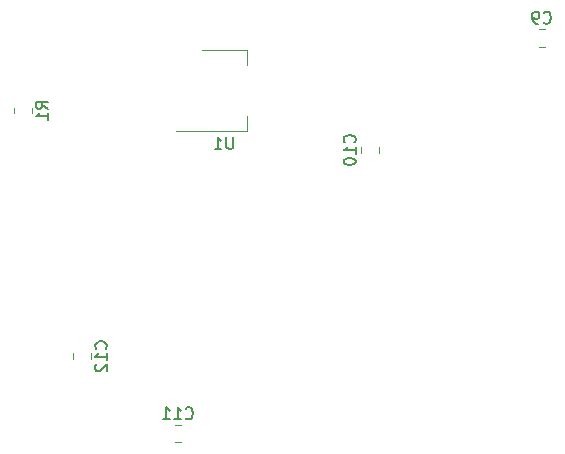
<source format=gbr>
%TF.GenerationSoftware,KiCad,Pcbnew,(5.1.9)-1*%
%TF.CreationDate,2021-03-07T20:13:41+01:00*%
%TF.ProjectId,FunctionGeneratorDDS,46756e63-7469-46f6-9e47-656e65726174,rev?*%
%TF.SameCoordinates,Original*%
%TF.FileFunction,Legend,Bot*%
%TF.FilePolarity,Positive*%
%FSLAX46Y46*%
G04 Gerber Fmt 4.6, Leading zero omitted, Abs format (unit mm)*
G04 Created by KiCad (PCBNEW (5.1.9)-1) date 2021-03-07 20:13:41*
%MOMM*%
%LPD*%
G01*
G04 APERTURE LIST*
%ADD10C,0.120000*%
%ADD11C,0.150000*%
G04 APERTURE END LIST*
D10*
%TO.C,C12*%
X93791100Y-93354792D02*
X93791100Y-92832288D01*
X95261100Y-93354792D02*
X95261100Y-92832288D01*
%TO.C,C11*%
X102930592Y-100386820D02*
X102408088Y-100386820D01*
X102930592Y-98916820D02*
X102408088Y-98916820D01*
%TO.C,C10*%
X119660340Y-75359628D02*
X119660340Y-75882132D01*
X118190340Y-75359628D02*
X118190340Y-75882132D01*
%TO.C,C9*%
X133725552Y-66879140D02*
X133203048Y-66879140D01*
X133725552Y-65409140D02*
X133203048Y-65409140D01*
%TO.C,R1*%
X88797460Y-72510384D02*
X88797460Y-72056256D01*
X90267460Y-72510384D02*
X90267460Y-72056256D01*
%TO.C,U1*%
X102480940Y-73996600D02*
X108490940Y-73996600D01*
X104730940Y-67176600D02*
X108490940Y-67176600D01*
X108490940Y-73996600D02*
X108490940Y-72736600D01*
X108490940Y-67176600D02*
X108490940Y-68436600D01*
%TO.C,C12*%
D11*
X96563242Y-92450682D02*
X96610861Y-92403063D01*
X96658480Y-92260206D01*
X96658480Y-92164968D01*
X96610861Y-92022111D01*
X96515623Y-91926873D01*
X96420385Y-91879254D01*
X96229909Y-91831635D01*
X96087052Y-91831635D01*
X95896576Y-91879254D01*
X95801338Y-91926873D01*
X95706100Y-92022111D01*
X95658480Y-92164968D01*
X95658480Y-92260206D01*
X95706100Y-92403063D01*
X95753719Y-92450682D01*
X96658480Y-93403063D02*
X96658480Y-92831635D01*
X96658480Y-93117349D02*
X95658480Y-93117349D01*
X95801338Y-93022111D01*
X95896576Y-92926873D01*
X95944195Y-92831635D01*
X95753719Y-93784016D02*
X95706100Y-93831635D01*
X95658480Y-93926873D01*
X95658480Y-94164968D01*
X95706100Y-94260206D01*
X95753719Y-94307825D01*
X95848957Y-94355444D01*
X95944195Y-94355444D01*
X96087052Y-94307825D01*
X96658480Y-93736397D01*
X96658480Y-94355444D01*
%TO.C,C11*%
X103312197Y-98328962D02*
X103359816Y-98376581D01*
X103502673Y-98424200D01*
X103597911Y-98424200D01*
X103740768Y-98376581D01*
X103836006Y-98281343D01*
X103883625Y-98186105D01*
X103931244Y-97995629D01*
X103931244Y-97852772D01*
X103883625Y-97662296D01*
X103836006Y-97567058D01*
X103740768Y-97471820D01*
X103597911Y-97424200D01*
X103502673Y-97424200D01*
X103359816Y-97471820D01*
X103312197Y-97519439D01*
X102359816Y-98424200D02*
X102931244Y-98424200D01*
X102645530Y-98424200D02*
X102645530Y-97424200D01*
X102740768Y-97567058D01*
X102836006Y-97662296D01*
X102931244Y-97709915D01*
X101407435Y-98424200D02*
X101978863Y-98424200D01*
X101693149Y-98424200D02*
X101693149Y-97424200D01*
X101788387Y-97567058D01*
X101883625Y-97662296D01*
X101978863Y-97709915D01*
%TO.C,C10*%
X117602482Y-74978022D02*
X117650101Y-74930403D01*
X117697720Y-74787546D01*
X117697720Y-74692308D01*
X117650101Y-74549451D01*
X117554863Y-74454213D01*
X117459625Y-74406594D01*
X117269149Y-74358975D01*
X117126292Y-74358975D01*
X116935816Y-74406594D01*
X116840578Y-74454213D01*
X116745340Y-74549451D01*
X116697720Y-74692308D01*
X116697720Y-74787546D01*
X116745340Y-74930403D01*
X116792959Y-74978022D01*
X117697720Y-75930403D02*
X117697720Y-75358975D01*
X117697720Y-75644689D02*
X116697720Y-75644689D01*
X116840578Y-75549451D01*
X116935816Y-75454213D01*
X116983435Y-75358975D01*
X116697720Y-76549451D02*
X116697720Y-76644689D01*
X116745340Y-76739927D01*
X116792959Y-76787546D01*
X116888197Y-76835165D01*
X117078673Y-76882784D01*
X117316768Y-76882784D01*
X117507244Y-76835165D01*
X117602482Y-76787546D01*
X117650101Y-76739927D01*
X117697720Y-76644689D01*
X117697720Y-76549451D01*
X117650101Y-76454213D01*
X117602482Y-76406594D01*
X117507244Y-76358975D01*
X117316768Y-76311356D01*
X117078673Y-76311356D01*
X116888197Y-76358975D01*
X116792959Y-76406594D01*
X116745340Y-76454213D01*
X116697720Y-76549451D01*
%TO.C,C9*%
X133630966Y-64821282D02*
X133678585Y-64868901D01*
X133821442Y-64916520D01*
X133916680Y-64916520D01*
X134059538Y-64868901D01*
X134154776Y-64773663D01*
X134202395Y-64678425D01*
X134250014Y-64487949D01*
X134250014Y-64345092D01*
X134202395Y-64154616D01*
X134154776Y-64059378D01*
X134059538Y-63964140D01*
X133916680Y-63916520D01*
X133821442Y-63916520D01*
X133678585Y-63964140D01*
X133630966Y-64011759D01*
X133154776Y-64916520D02*
X132964300Y-64916520D01*
X132869061Y-64868901D01*
X132821442Y-64821282D01*
X132726204Y-64678425D01*
X132678585Y-64487949D01*
X132678585Y-64106997D01*
X132726204Y-64011759D01*
X132773823Y-63964140D01*
X132869061Y-63916520D01*
X133059538Y-63916520D01*
X133154776Y-63964140D01*
X133202395Y-64011759D01*
X133250014Y-64106997D01*
X133250014Y-64345092D01*
X133202395Y-64440330D01*
X133154776Y-64487949D01*
X133059538Y-64535568D01*
X132869061Y-64535568D01*
X132773823Y-64487949D01*
X132726204Y-64440330D01*
X132678585Y-64345092D01*
%TO.C,R1*%
X91634840Y-72116653D02*
X91158650Y-71783320D01*
X91634840Y-71545224D02*
X90634840Y-71545224D01*
X90634840Y-71926177D01*
X90682460Y-72021415D01*
X90730079Y-72069034D01*
X90825317Y-72116653D01*
X90968174Y-72116653D01*
X91063412Y-72069034D01*
X91111031Y-72021415D01*
X91158650Y-71926177D01*
X91158650Y-71545224D01*
X91634840Y-73069034D02*
X91634840Y-72497605D01*
X91634840Y-72783320D02*
X90634840Y-72783320D01*
X90777698Y-72688081D01*
X90872936Y-72592843D01*
X90920555Y-72497605D01*
%TO.C,U1*%
X107342844Y-74538980D02*
X107342844Y-75348504D01*
X107295225Y-75443742D01*
X107247606Y-75491361D01*
X107152368Y-75538980D01*
X106961892Y-75538980D01*
X106866654Y-75491361D01*
X106819035Y-75443742D01*
X106771416Y-75348504D01*
X106771416Y-74538980D01*
X105771416Y-75538980D02*
X106342844Y-75538980D01*
X106057130Y-75538980D02*
X106057130Y-74538980D01*
X106152368Y-74681838D01*
X106247606Y-74777076D01*
X106342844Y-74824695D01*
%TD*%
M02*

</source>
